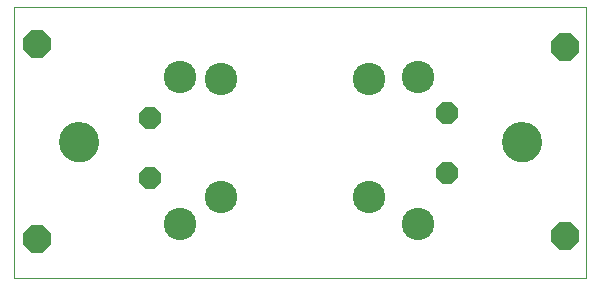
<source format=gbs>
G75*
%MOIN*%
%OFA0B0*%
%FSLAX25Y25*%
%IPPOS*%
%LPD*%
%AMOC8*
5,1,8,0,0,1.08239X$1,22.5*
%
%ADD10C,0.00000*%
%ADD11C,0.13398*%
%ADD12C,0.10800*%
%ADD13OC8,0.07100*%
%ADD14OC8,0.09300*%
D10*
X0001134Y0001000D02*
X0001134Y0091551D01*
X0191827Y0091551D01*
X0191827Y0001000D01*
X0001134Y0001000D01*
X0016362Y0046276D02*
X0016364Y0046434D01*
X0016370Y0046592D01*
X0016380Y0046750D01*
X0016394Y0046908D01*
X0016412Y0047065D01*
X0016433Y0047222D01*
X0016459Y0047378D01*
X0016489Y0047534D01*
X0016522Y0047689D01*
X0016560Y0047842D01*
X0016601Y0047995D01*
X0016646Y0048147D01*
X0016695Y0048298D01*
X0016748Y0048447D01*
X0016804Y0048595D01*
X0016864Y0048741D01*
X0016928Y0048886D01*
X0016996Y0049029D01*
X0017067Y0049171D01*
X0017141Y0049311D01*
X0017219Y0049448D01*
X0017301Y0049584D01*
X0017385Y0049718D01*
X0017474Y0049849D01*
X0017565Y0049978D01*
X0017660Y0050105D01*
X0017757Y0050230D01*
X0017858Y0050352D01*
X0017962Y0050471D01*
X0018069Y0050588D01*
X0018179Y0050702D01*
X0018292Y0050813D01*
X0018407Y0050922D01*
X0018525Y0051027D01*
X0018646Y0051129D01*
X0018769Y0051229D01*
X0018895Y0051325D01*
X0019023Y0051418D01*
X0019153Y0051508D01*
X0019286Y0051594D01*
X0019421Y0051678D01*
X0019557Y0051757D01*
X0019696Y0051834D01*
X0019837Y0051906D01*
X0019979Y0051976D01*
X0020123Y0052041D01*
X0020269Y0052103D01*
X0020416Y0052161D01*
X0020565Y0052216D01*
X0020715Y0052267D01*
X0020866Y0052314D01*
X0021018Y0052357D01*
X0021171Y0052396D01*
X0021326Y0052432D01*
X0021481Y0052463D01*
X0021637Y0052491D01*
X0021793Y0052515D01*
X0021950Y0052535D01*
X0022108Y0052551D01*
X0022265Y0052563D01*
X0022424Y0052571D01*
X0022582Y0052575D01*
X0022740Y0052575D01*
X0022898Y0052571D01*
X0023057Y0052563D01*
X0023214Y0052551D01*
X0023372Y0052535D01*
X0023529Y0052515D01*
X0023685Y0052491D01*
X0023841Y0052463D01*
X0023996Y0052432D01*
X0024151Y0052396D01*
X0024304Y0052357D01*
X0024456Y0052314D01*
X0024607Y0052267D01*
X0024757Y0052216D01*
X0024906Y0052161D01*
X0025053Y0052103D01*
X0025199Y0052041D01*
X0025343Y0051976D01*
X0025485Y0051906D01*
X0025626Y0051834D01*
X0025765Y0051757D01*
X0025901Y0051678D01*
X0026036Y0051594D01*
X0026169Y0051508D01*
X0026299Y0051418D01*
X0026427Y0051325D01*
X0026553Y0051229D01*
X0026676Y0051129D01*
X0026797Y0051027D01*
X0026915Y0050922D01*
X0027030Y0050813D01*
X0027143Y0050702D01*
X0027253Y0050588D01*
X0027360Y0050471D01*
X0027464Y0050352D01*
X0027565Y0050230D01*
X0027662Y0050105D01*
X0027757Y0049978D01*
X0027848Y0049849D01*
X0027937Y0049718D01*
X0028021Y0049584D01*
X0028103Y0049448D01*
X0028181Y0049311D01*
X0028255Y0049171D01*
X0028326Y0049029D01*
X0028394Y0048886D01*
X0028458Y0048741D01*
X0028518Y0048595D01*
X0028574Y0048447D01*
X0028627Y0048298D01*
X0028676Y0048147D01*
X0028721Y0047995D01*
X0028762Y0047842D01*
X0028800Y0047689D01*
X0028833Y0047534D01*
X0028863Y0047378D01*
X0028889Y0047222D01*
X0028910Y0047065D01*
X0028928Y0046908D01*
X0028942Y0046750D01*
X0028952Y0046592D01*
X0028958Y0046434D01*
X0028960Y0046276D01*
X0028958Y0046118D01*
X0028952Y0045960D01*
X0028942Y0045802D01*
X0028928Y0045644D01*
X0028910Y0045487D01*
X0028889Y0045330D01*
X0028863Y0045174D01*
X0028833Y0045018D01*
X0028800Y0044863D01*
X0028762Y0044710D01*
X0028721Y0044557D01*
X0028676Y0044405D01*
X0028627Y0044254D01*
X0028574Y0044105D01*
X0028518Y0043957D01*
X0028458Y0043811D01*
X0028394Y0043666D01*
X0028326Y0043523D01*
X0028255Y0043381D01*
X0028181Y0043241D01*
X0028103Y0043104D01*
X0028021Y0042968D01*
X0027937Y0042834D01*
X0027848Y0042703D01*
X0027757Y0042574D01*
X0027662Y0042447D01*
X0027565Y0042322D01*
X0027464Y0042200D01*
X0027360Y0042081D01*
X0027253Y0041964D01*
X0027143Y0041850D01*
X0027030Y0041739D01*
X0026915Y0041630D01*
X0026797Y0041525D01*
X0026676Y0041423D01*
X0026553Y0041323D01*
X0026427Y0041227D01*
X0026299Y0041134D01*
X0026169Y0041044D01*
X0026036Y0040958D01*
X0025901Y0040874D01*
X0025765Y0040795D01*
X0025626Y0040718D01*
X0025485Y0040646D01*
X0025343Y0040576D01*
X0025199Y0040511D01*
X0025053Y0040449D01*
X0024906Y0040391D01*
X0024757Y0040336D01*
X0024607Y0040285D01*
X0024456Y0040238D01*
X0024304Y0040195D01*
X0024151Y0040156D01*
X0023996Y0040120D01*
X0023841Y0040089D01*
X0023685Y0040061D01*
X0023529Y0040037D01*
X0023372Y0040017D01*
X0023214Y0040001D01*
X0023057Y0039989D01*
X0022898Y0039981D01*
X0022740Y0039977D01*
X0022582Y0039977D01*
X0022424Y0039981D01*
X0022265Y0039989D01*
X0022108Y0040001D01*
X0021950Y0040017D01*
X0021793Y0040037D01*
X0021637Y0040061D01*
X0021481Y0040089D01*
X0021326Y0040120D01*
X0021171Y0040156D01*
X0021018Y0040195D01*
X0020866Y0040238D01*
X0020715Y0040285D01*
X0020565Y0040336D01*
X0020416Y0040391D01*
X0020269Y0040449D01*
X0020123Y0040511D01*
X0019979Y0040576D01*
X0019837Y0040646D01*
X0019696Y0040718D01*
X0019557Y0040795D01*
X0019421Y0040874D01*
X0019286Y0040958D01*
X0019153Y0041044D01*
X0019023Y0041134D01*
X0018895Y0041227D01*
X0018769Y0041323D01*
X0018646Y0041423D01*
X0018525Y0041525D01*
X0018407Y0041630D01*
X0018292Y0041739D01*
X0018179Y0041850D01*
X0018069Y0041964D01*
X0017962Y0042081D01*
X0017858Y0042200D01*
X0017757Y0042322D01*
X0017660Y0042447D01*
X0017565Y0042574D01*
X0017474Y0042703D01*
X0017385Y0042834D01*
X0017301Y0042968D01*
X0017219Y0043104D01*
X0017141Y0043241D01*
X0017067Y0043381D01*
X0016996Y0043523D01*
X0016928Y0043666D01*
X0016864Y0043811D01*
X0016804Y0043957D01*
X0016748Y0044105D01*
X0016695Y0044254D01*
X0016646Y0044405D01*
X0016601Y0044557D01*
X0016560Y0044710D01*
X0016522Y0044863D01*
X0016489Y0045018D01*
X0016459Y0045174D01*
X0016433Y0045330D01*
X0016412Y0045487D01*
X0016394Y0045644D01*
X0016380Y0045802D01*
X0016370Y0045960D01*
X0016364Y0046118D01*
X0016362Y0046276D01*
X0164000Y0046276D02*
X0164002Y0046434D01*
X0164008Y0046592D01*
X0164018Y0046750D01*
X0164032Y0046908D01*
X0164050Y0047065D01*
X0164071Y0047222D01*
X0164097Y0047378D01*
X0164127Y0047534D01*
X0164160Y0047689D01*
X0164198Y0047842D01*
X0164239Y0047995D01*
X0164284Y0048147D01*
X0164333Y0048298D01*
X0164386Y0048447D01*
X0164442Y0048595D01*
X0164502Y0048741D01*
X0164566Y0048886D01*
X0164634Y0049029D01*
X0164705Y0049171D01*
X0164779Y0049311D01*
X0164857Y0049448D01*
X0164939Y0049584D01*
X0165023Y0049718D01*
X0165112Y0049849D01*
X0165203Y0049978D01*
X0165298Y0050105D01*
X0165395Y0050230D01*
X0165496Y0050352D01*
X0165600Y0050471D01*
X0165707Y0050588D01*
X0165817Y0050702D01*
X0165930Y0050813D01*
X0166045Y0050922D01*
X0166163Y0051027D01*
X0166284Y0051129D01*
X0166407Y0051229D01*
X0166533Y0051325D01*
X0166661Y0051418D01*
X0166791Y0051508D01*
X0166924Y0051594D01*
X0167059Y0051678D01*
X0167195Y0051757D01*
X0167334Y0051834D01*
X0167475Y0051906D01*
X0167617Y0051976D01*
X0167761Y0052041D01*
X0167907Y0052103D01*
X0168054Y0052161D01*
X0168203Y0052216D01*
X0168353Y0052267D01*
X0168504Y0052314D01*
X0168656Y0052357D01*
X0168809Y0052396D01*
X0168964Y0052432D01*
X0169119Y0052463D01*
X0169275Y0052491D01*
X0169431Y0052515D01*
X0169588Y0052535D01*
X0169746Y0052551D01*
X0169903Y0052563D01*
X0170062Y0052571D01*
X0170220Y0052575D01*
X0170378Y0052575D01*
X0170536Y0052571D01*
X0170695Y0052563D01*
X0170852Y0052551D01*
X0171010Y0052535D01*
X0171167Y0052515D01*
X0171323Y0052491D01*
X0171479Y0052463D01*
X0171634Y0052432D01*
X0171789Y0052396D01*
X0171942Y0052357D01*
X0172094Y0052314D01*
X0172245Y0052267D01*
X0172395Y0052216D01*
X0172544Y0052161D01*
X0172691Y0052103D01*
X0172837Y0052041D01*
X0172981Y0051976D01*
X0173123Y0051906D01*
X0173264Y0051834D01*
X0173403Y0051757D01*
X0173539Y0051678D01*
X0173674Y0051594D01*
X0173807Y0051508D01*
X0173937Y0051418D01*
X0174065Y0051325D01*
X0174191Y0051229D01*
X0174314Y0051129D01*
X0174435Y0051027D01*
X0174553Y0050922D01*
X0174668Y0050813D01*
X0174781Y0050702D01*
X0174891Y0050588D01*
X0174998Y0050471D01*
X0175102Y0050352D01*
X0175203Y0050230D01*
X0175300Y0050105D01*
X0175395Y0049978D01*
X0175486Y0049849D01*
X0175575Y0049718D01*
X0175659Y0049584D01*
X0175741Y0049448D01*
X0175819Y0049311D01*
X0175893Y0049171D01*
X0175964Y0049029D01*
X0176032Y0048886D01*
X0176096Y0048741D01*
X0176156Y0048595D01*
X0176212Y0048447D01*
X0176265Y0048298D01*
X0176314Y0048147D01*
X0176359Y0047995D01*
X0176400Y0047842D01*
X0176438Y0047689D01*
X0176471Y0047534D01*
X0176501Y0047378D01*
X0176527Y0047222D01*
X0176548Y0047065D01*
X0176566Y0046908D01*
X0176580Y0046750D01*
X0176590Y0046592D01*
X0176596Y0046434D01*
X0176598Y0046276D01*
X0176596Y0046118D01*
X0176590Y0045960D01*
X0176580Y0045802D01*
X0176566Y0045644D01*
X0176548Y0045487D01*
X0176527Y0045330D01*
X0176501Y0045174D01*
X0176471Y0045018D01*
X0176438Y0044863D01*
X0176400Y0044710D01*
X0176359Y0044557D01*
X0176314Y0044405D01*
X0176265Y0044254D01*
X0176212Y0044105D01*
X0176156Y0043957D01*
X0176096Y0043811D01*
X0176032Y0043666D01*
X0175964Y0043523D01*
X0175893Y0043381D01*
X0175819Y0043241D01*
X0175741Y0043104D01*
X0175659Y0042968D01*
X0175575Y0042834D01*
X0175486Y0042703D01*
X0175395Y0042574D01*
X0175300Y0042447D01*
X0175203Y0042322D01*
X0175102Y0042200D01*
X0174998Y0042081D01*
X0174891Y0041964D01*
X0174781Y0041850D01*
X0174668Y0041739D01*
X0174553Y0041630D01*
X0174435Y0041525D01*
X0174314Y0041423D01*
X0174191Y0041323D01*
X0174065Y0041227D01*
X0173937Y0041134D01*
X0173807Y0041044D01*
X0173674Y0040958D01*
X0173539Y0040874D01*
X0173403Y0040795D01*
X0173264Y0040718D01*
X0173123Y0040646D01*
X0172981Y0040576D01*
X0172837Y0040511D01*
X0172691Y0040449D01*
X0172544Y0040391D01*
X0172395Y0040336D01*
X0172245Y0040285D01*
X0172094Y0040238D01*
X0171942Y0040195D01*
X0171789Y0040156D01*
X0171634Y0040120D01*
X0171479Y0040089D01*
X0171323Y0040061D01*
X0171167Y0040037D01*
X0171010Y0040017D01*
X0170852Y0040001D01*
X0170695Y0039989D01*
X0170536Y0039981D01*
X0170378Y0039977D01*
X0170220Y0039977D01*
X0170062Y0039981D01*
X0169903Y0039989D01*
X0169746Y0040001D01*
X0169588Y0040017D01*
X0169431Y0040037D01*
X0169275Y0040061D01*
X0169119Y0040089D01*
X0168964Y0040120D01*
X0168809Y0040156D01*
X0168656Y0040195D01*
X0168504Y0040238D01*
X0168353Y0040285D01*
X0168203Y0040336D01*
X0168054Y0040391D01*
X0167907Y0040449D01*
X0167761Y0040511D01*
X0167617Y0040576D01*
X0167475Y0040646D01*
X0167334Y0040718D01*
X0167195Y0040795D01*
X0167059Y0040874D01*
X0166924Y0040958D01*
X0166791Y0041044D01*
X0166661Y0041134D01*
X0166533Y0041227D01*
X0166407Y0041323D01*
X0166284Y0041423D01*
X0166163Y0041525D01*
X0166045Y0041630D01*
X0165930Y0041739D01*
X0165817Y0041850D01*
X0165707Y0041964D01*
X0165600Y0042081D01*
X0165496Y0042200D01*
X0165395Y0042322D01*
X0165298Y0042447D01*
X0165203Y0042574D01*
X0165112Y0042703D01*
X0165023Y0042834D01*
X0164939Y0042968D01*
X0164857Y0043104D01*
X0164779Y0043241D01*
X0164705Y0043381D01*
X0164634Y0043523D01*
X0164566Y0043666D01*
X0164502Y0043811D01*
X0164442Y0043957D01*
X0164386Y0044105D01*
X0164333Y0044254D01*
X0164284Y0044405D01*
X0164239Y0044557D01*
X0164198Y0044710D01*
X0164160Y0044863D01*
X0164127Y0045018D01*
X0164097Y0045174D01*
X0164071Y0045330D01*
X0164050Y0045487D01*
X0164032Y0045644D01*
X0164018Y0045802D01*
X0164008Y0045960D01*
X0164002Y0046118D01*
X0164000Y0046276D01*
D11*
X0170299Y0046276D03*
X0022661Y0046276D03*
D12*
X0056441Y0068205D03*
X0070181Y0067299D03*
X0119394Y0067299D03*
X0135575Y0068205D03*
X0119394Y0027929D03*
X0135575Y0018992D03*
X0070181Y0027929D03*
X0056441Y0018992D03*
D13*
X0046283Y0034307D03*
X0046283Y0054307D03*
X0145496Y0056039D03*
X0145496Y0036039D03*
D14*
X0184709Y0015142D03*
X0184709Y0078102D03*
X0008709Y0079063D03*
X0008709Y0014024D03*
M02*

</source>
